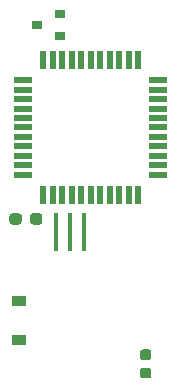
<source format=gbr>
%TF.GenerationSoftware,KiCad,Pcbnew,(5.1.9)-1*%
%TF.CreationDate,2021-02-13T16:54:45-05:00*%
%TF.ProjectId,mega_nrf24_usb,6d656761-5f6e-4726-9632-345f7573622e,rev?*%
%TF.SameCoordinates,Original*%
%TF.FileFunction,Paste,Top*%
%TF.FilePolarity,Positive*%
%FSLAX46Y46*%
G04 Gerber Fmt 4.6, Leading zero omitted, Abs format (unit mm)*
G04 Created by KiCad (PCBNEW (5.1.9)-1) date 2021-02-13 16:54:45*
%MOMM*%
%LPD*%
G01*
G04 APERTURE LIST*
%ADD10R,1.200000X0.900000*%
%ADD11R,0.900000X0.800000*%
%ADD12R,0.400000X3.200000*%
%ADD13R,0.550000X1.500000*%
%ADD14R,1.500000X0.550000*%
G04 APERTURE END LIST*
D10*
%TO.C,D1*%
X142722600Y-124944600D03*
X142722600Y-128244600D03*
%TD*%
D11*
%TO.C,D3*%
X144253200Y-101635600D03*
X146253200Y-100685600D03*
X146253200Y-102585600D03*
%TD*%
%TO.C,C3*%
G36*
G01*
X142982200Y-117796300D02*
X142982200Y-118271300D01*
G75*
G02*
X142744700Y-118508800I-237500J0D01*
G01*
X142169700Y-118508800D01*
G75*
G02*
X141932200Y-118271300I0J237500D01*
G01*
X141932200Y-117796300D01*
G75*
G02*
X142169700Y-117558800I237500J0D01*
G01*
X142744700Y-117558800D01*
G75*
G02*
X142982200Y-117796300I0J-237500D01*
G01*
G37*
G36*
G01*
X144732200Y-117796300D02*
X144732200Y-118271300D01*
G75*
G02*
X144494700Y-118508800I-237500J0D01*
G01*
X143919700Y-118508800D01*
G75*
G02*
X143682200Y-118271300I0J237500D01*
G01*
X143682200Y-117796300D01*
G75*
G02*
X143919700Y-117558800I237500J0D01*
G01*
X144494700Y-117558800D01*
G75*
G02*
X144732200Y-117796300I0J-237500D01*
G01*
G37*
%TD*%
D12*
%TO.C,Y1*%
X145840600Y-119151400D03*
X147040600Y-119151400D03*
X148240600Y-119151400D03*
%TD*%
D13*
%TO.C,32u4*%
X144818600Y-104586800D03*
X145618600Y-104586800D03*
X146418600Y-104586800D03*
X147218600Y-104586800D03*
X148018600Y-104586800D03*
X148818600Y-104586800D03*
X149618600Y-104586800D03*
X150418600Y-104586800D03*
X151218600Y-104586800D03*
X152018600Y-104586800D03*
X152818600Y-104586800D03*
D14*
X154518600Y-106286800D03*
X154518600Y-107086800D03*
X154518600Y-107886800D03*
X154518600Y-108686800D03*
X154518600Y-109486800D03*
X154518600Y-110286800D03*
X154518600Y-111086800D03*
X154518600Y-111886800D03*
X154518600Y-112686800D03*
X154518600Y-113486800D03*
X154518600Y-114286800D03*
D13*
X152818600Y-115986800D03*
X152018600Y-115986800D03*
X151218600Y-115986800D03*
X150418600Y-115986800D03*
X149618600Y-115986800D03*
X148818600Y-115986800D03*
X148018600Y-115986800D03*
X147218600Y-115986800D03*
X146418600Y-115986800D03*
X145618600Y-115986800D03*
X144818600Y-115986800D03*
D14*
X143118600Y-114286800D03*
X143118600Y-113486800D03*
X143118600Y-112686800D03*
X143118600Y-111886800D03*
X143118600Y-111086800D03*
X143118600Y-110286800D03*
X143118600Y-109486800D03*
X143118600Y-108686800D03*
X143118600Y-107886800D03*
X143118600Y-107086800D03*
X143118600Y-106286800D03*
%TD*%
%TO.C,C1*%
G36*
G01*
X153716800Y-129990000D02*
X153216800Y-129990000D01*
G75*
G02*
X152991800Y-129765000I0J225000D01*
G01*
X152991800Y-129315000D01*
G75*
G02*
X153216800Y-129090000I225000J0D01*
G01*
X153716800Y-129090000D01*
G75*
G02*
X153941800Y-129315000I0J-225000D01*
G01*
X153941800Y-129765000D01*
G75*
G02*
X153716800Y-129990000I-225000J0D01*
G01*
G37*
G36*
G01*
X153716800Y-131540000D02*
X153216800Y-131540000D01*
G75*
G02*
X152991800Y-131315000I0J225000D01*
G01*
X152991800Y-130865000D01*
G75*
G02*
X153216800Y-130640000I225000J0D01*
G01*
X153716800Y-130640000D01*
G75*
G02*
X153941800Y-130865000I0J-225000D01*
G01*
X153941800Y-131315000D01*
G75*
G02*
X153716800Y-131540000I-225000J0D01*
G01*
G37*
%TD*%
M02*

</source>
